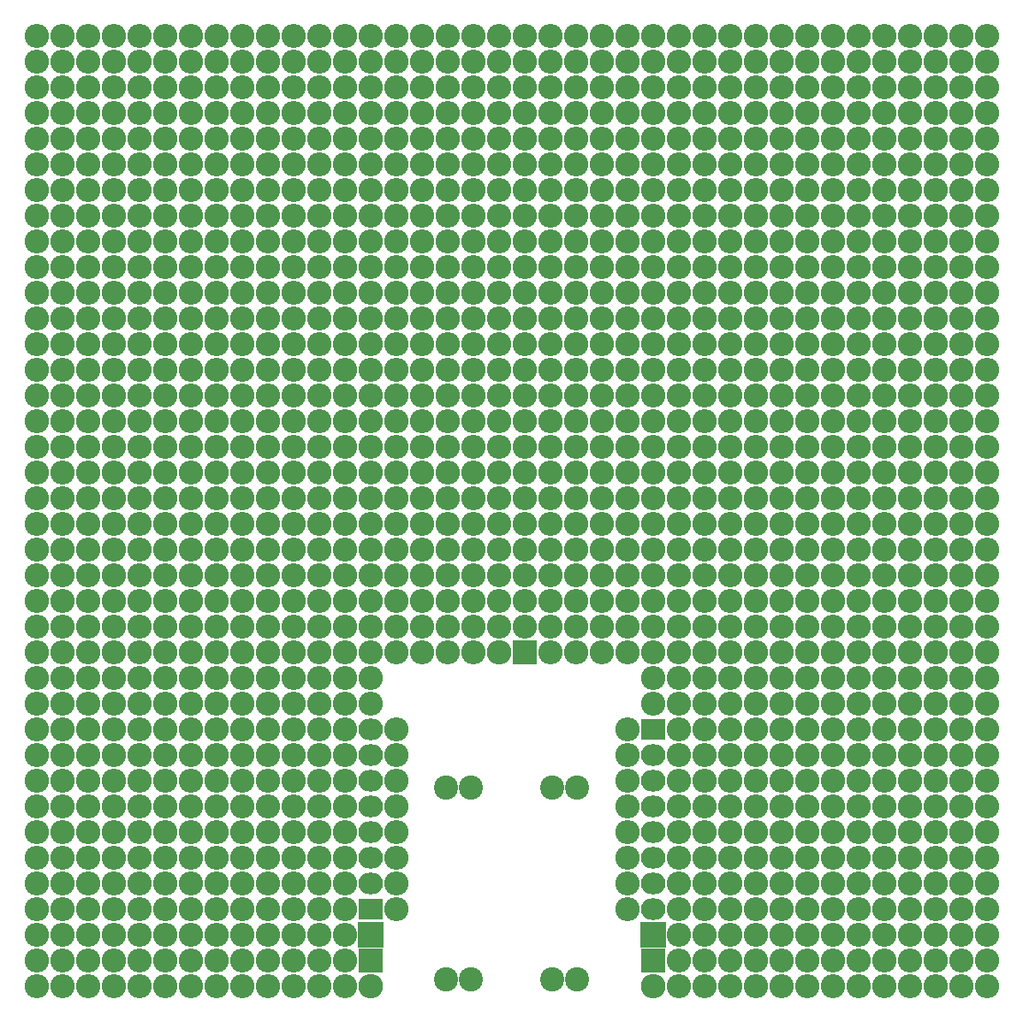
<source format=gbr>
G04 #@! TF.FileFunction,Soldermask,Bot*
%FSLAX46Y46*%
G04 Gerber Fmt 4.6, Leading zero omitted, Abs format (unit mm)*
G04 Created by KiCad (PCBNEW 4.0.4+e1-6308~48~ubuntu16.04.1-stable) date Wed Dec 14 21:01:21 2016*
%MOMM*%
%LPD*%
G01*
G04 APERTURE LIST*
%ADD10C,0.100000*%
%ADD11O,2.400000X2.400000*%
%ADD12R,2.432000X2.432000*%
%ADD13O,2.432000X2.432000*%
%ADD14R,2.432000X2.127200*%
%ADD15O,2.432000X2.127200*%
%ADD16C,2.400000*%
%ADD17R,2.635200X2.635200*%
G04 APERTURE END LIST*
D10*
D11*
X86900000Y-128540000D03*
X114840000Y-128540000D03*
X117380000Y-126000000D03*
X114840000Y-126000000D03*
X86900000Y-126000000D03*
X84360000Y-126000000D03*
X86900000Y-105680000D03*
X86900000Y-108220000D03*
X86900000Y-110760000D03*
X84360000Y-110760000D03*
X84360000Y-108220000D03*
X84360000Y-105680000D03*
X84360000Y-98060000D03*
X84360000Y-100600000D03*
X84360000Y-103140000D03*
X86900000Y-103140000D03*
X86900000Y-100600000D03*
X86900000Y-98060000D03*
X86900000Y-113300000D03*
X86900000Y-115840000D03*
X86900000Y-118380000D03*
X84360000Y-118380000D03*
X84360000Y-115840000D03*
X84360000Y-113300000D03*
X84360000Y-120920000D03*
X84360000Y-123460000D03*
X86900000Y-123460000D03*
X86900000Y-120920000D03*
X86900000Y-90440000D03*
X86900000Y-92980000D03*
X86900000Y-95520000D03*
X84360000Y-95520000D03*
X84360000Y-92980000D03*
X84360000Y-90440000D03*
X84360000Y-82820000D03*
X84360000Y-85360000D03*
X84360000Y-87900000D03*
X86900000Y-87900000D03*
X86900000Y-85360000D03*
X86900000Y-82820000D03*
X86900000Y-67580000D03*
X86900000Y-70120000D03*
X86900000Y-72660000D03*
X84360000Y-72660000D03*
X84360000Y-70120000D03*
X84360000Y-67580000D03*
X84360000Y-75200000D03*
X84360000Y-77740000D03*
X84360000Y-80280000D03*
X86900000Y-80280000D03*
X86900000Y-77740000D03*
X86900000Y-75200000D03*
X86900000Y-62500000D03*
X86900000Y-65040000D03*
X84360000Y-65040000D03*
X84360000Y-62500000D03*
X89440000Y-62500000D03*
X89440000Y-65040000D03*
X91980000Y-65040000D03*
X91980000Y-62500000D03*
X97060000Y-62500000D03*
X97060000Y-65040000D03*
X94520000Y-65040000D03*
X94520000Y-62500000D03*
X104680000Y-62500000D03*
X104680000Y-65040000D03*
X107220000Y-65040000D03*
X107220000Y-62500000D03*
X102140000Y-62500000D03*
X102140000Y-65040000D03*
X99600000Y-65040000D03*
X99600000Y-62500000D03*
X114840000Y-62500000D03*
X114840000Y-65040000D03*
X117380000Y-65040000D03*
X117380000Y-62500000D03*
X109760000Y-62500000D03*
X109760000Y-65040000D03*
X112300000Y-65040000D03*
X112300000Y-62500000D03*
X112300000Y-75200000D03*
X112300000Y-77740000D03*
X112300000Y-80280000D03*
X109760000Y-80280000D03*
X109760000Y-77740000D03*
X109760000Y-75200000D03*
X117380000Y-75200000D03*
X117380000Y-77740000D03*
X117380000Y-80280000D03*
X114840000Y-80280000D03*
X114840000Y-77740000D03*
X114840000Y-75200000D03*
X99600000Y-75200000D03*
X99600000Y-77740000D03*
X99600000Y-80280000D03*
X102140000Y-80280000D03*
X102140000Y-77740000D03*
X102140000Y-75200000D03*
X107220000Y-75200000D03*
X107220000Y-77740000D03*
X107220000Y-80280000D03*
X104680000Y-80280000D03*
X104680000Y-77740000D03*
X104680000Y-75200000D03*
X94520000Y-75200000D03*
X94520000Y-77740000D03*
X94520000Y-80280000D03*
X97060000Y-80280000D03*
X97060000Y-77740000D03*
X97060000Y-75200000D03*
X91980000Y-75200000D03*
X91980000Y-77740000D03*
X91980000Y-80280000D03*
X89440000Y-80280000D03*
X89440000Y-77740000D03*
X89440000Y-75200000D03*
X89440000Y-67580000D03*
X89440000Y-70120000D03*
X89440000Y-72660000D03*
X91980000Y-72660000D03*
X91980000Y-70120000D03*
X91980000Y-67580000D03*
X97060000Y-67580000D03*
X97060000Y-70120000D03*
X97060000Y-72660000D03*
X94520000Y-72660000D03*
X94520000Y-70120000D03*
X94520000Y-67580000D03*
X104680000Y-67580000D03*
X104680000Y-70120000D03*
X104680000Y-72660000D03*
X107220000Y-72660000D03*
X107220000Y-70120000D03*
X107220000Y-67580000D03*
X102140000Y-67580000D03*
X102140000Y-70120000D03*
X102140000Y-72660000D03*
X99600000Y-72660000D03*
X99600000Y-70120000D03*
X99600000Y-67580000D03*
X114840000Y-67580000D03*
X114840000Y-70120000D03*
X114840000Y-72660000D03*
X117380000Y-72660000D03*
X117380000Y-70120000D03*
X117380000Y-67580000D03*
X109760000Y-67580000D03*
X109760000Y-70120000D03*
X109760000Y-72660000D03*
X112300000Y-72660000D03*
X112300000Y-70120000D03*
X112300000Y-67580000D03*
X112300000Y-82820000D03*
X112300000Y-85360000D03*
X112300000Y-87900000D03*
X109760000Y-87900000D03*
X109760000Y-85360000D03*
X109760000Y-82820000D03*
X117380000Y-82820000D03*
X117380000Y-85360000D03*
X117380000Y-87900000D03*
X114840000Y-87900000D03*
X114840000Y-85360000D03*
X114840000Y-82820000D03*
X99600000Y-82820000D03*
X99600000Y-85360000D03*
X99600000Y-87900000D03*
X102140000Y-87900000D03*
X102140000Y-85360000D03*
X102140000Y-82820000D03*
X107220000Y-82820000D03*
X107220000Y-85360000D03*
X107220000Y-87900000D03*
X104680000Y-87900000D03*
X104680000Y-85360000D03*
X104680000Y-82820000D03*
X94520000Y-82820000D03*
X94520000Y-85360000D03*
X94520000Y-87900000D03*
X97060000Y-87900000D03*
X97060000Y-85360000D03*
X97060000Y-82820000D03*
X91980000Y-82820000D03*
X91980000Y-85360000D03*
X91980000Y-87900000D03*
X89440000Y-87900000D03*
X89440000Y-85360000D03*
X89440000Y-82820000D03*
X89440000Y-90440000D03*
X89440000Y-92980000D03*
X89440000Y-95520000D03*
X91980000Y-95520000D03*
X91980000Y-92980000D03*
X91980000Y-90440000D03*
X97060000Y-90440000D03*
X97060000Y-92980000D03*
X97060000Y-95520000D03*
X94520000Y-95520000D03*
X94520000Y-92980000D03*
X94520000Y-90440000D03*
X104680000Y-90440000D03*
X104680000Y-92980000D03*
X104680000Y-95520000D03*
X107220000Y-95520000D03*
X107220000Y-92980000D03*
X107220000Y-90440000D03*
X102140000Y-90440000D03*
X102140000Y-92980000D03*
X102140000Y-95520000D03*
X99600000Y-95520000D03*
X99600000Y-92980000D03*
X99600000Y-90440000D03*
X114840000Y-90440000D03*
X114840000Y-92980000D03*
X114840000Y-95520000D03*
X117380000Y-95520000D03*
X117380000Y-92980000D03*
X117380000Y-90440000D03*
X109760000Y-90440000D03*
X109760000Y-92980000D03*
X109760000Y-95520000D03*
X112300000Y-95520000D03*
X112300000Y-92980000D03*
X112300000Y-90440000D03*
X112300000Y-120920000D03*
X112300000Y-123460000D03*
X109760000Y-123460000D03*
X109760000Y-120920000D03*
X117380000Y-120920000D03*
X117380000Y-123460000D03*
X114840000Y-123460000D03*
X114840000Y-120920000D03*
X99600000Y-120920000D03*
X102140000Y-120920000D03*
X107220000Y-120920000D03*
X107220000Y-123460000D03*
X104680000Y-123460000D03*
X104680000Y-120920000D03*
X94520000Y-120920000D03*
X94520000Y-123460000D03*
X97060000Y-123460000D03*
X97060000Y-120920000D03*
X91980000Y-120920000D03*
X91980000Y-123460000D03*
X89440000Y-123460000D03*
X89440000Y-120920000D03*
X89440000Y-113300000D03*
X89440000Y-115840000D03*
X89440000Y-118380000D03*
X91980000Y-118380000D03*
X91980000Y-115840000D03*
X91980000Y-113300000D03*
X97060000Y-113300000D03*
X97060000Y-115840000D03*
X97060000Y-118380000D03*
X94520000Y-118380000D03*
X94520000Y-115840000D03*
X94520000Y-113300000D03*
X104680000Y-113300000D03*
X104680000Y-115840000D03*
X104680000Y-118380000D03*
X107220000Y-118380000D03*
X107220000Y-115840000D03*
X107220000Y-113300000D03*
X102140000Y-113300000D03*
X102140000Y-115840000D03*
X102140000Y-118380000D03*
X99600000Y-118380000D03*
X99600000Y-115840000D03*
X99600000Y-113300000D03*
X114840000Y-113300000D03*
X114840000Y-115840000D03*
X114840000Y-118380000D03*
X117380000Y-118380000D03*
X117380000Y-115840000D03*
X117380000Y-113300000D03*
X109760000Y-113300000D03*
X109760000Y-115840000D03*
X109760000Y-118380000D03*
X112300000Y-118380000D03*
X112300000Y-115840000D03*
X112300000Y-113300000D03*
X112300000Y-98060000D03*
X112300000Y-100600000D03*
X112300000Y-103140000D03*
X109760000Y-103140000D03*
X109760000Y-100600000D03*
X109760000Y-98060000D03*
X117380000Y-98060000D03*
X117380000Y-100600000D03*
X117380000Y-103140000D03*
X114840000Y-103140000D03*
X114840000Y-100600000D03*
X114840000Y-98060000D03*
X99600000Y-98060000D03*
X99600000Y-100600000D03*
X99600000Y-103140000D03*
X102140000Y-103140000D03*
X102140000Y-100600000D03*
X102140000Y-98060000D03*
X107220000Y-98060000D03*
X107220000Y-100600000D03*
X107220000Y-103140000D03*
X104680000Y-103140000D03*
X104680000Y-100600000D03*
X104680000Y-98060000D03*
X94520000Y-98060000D03*
X94520000Y-100600000D03*
X94520000Y-103140000D03*
X97060000Y-103140000D03*
X97060000Y-100600000D03*
X97060000Y-98060000D03*
X91980000Y-98060000D03*
X91980000Y-100600000D03*
X91980000Y-103140000D03*
X89440000Y-103140000D03*
X89440000Y-100600000D03*
X89440000Y-98060000D03*
X89440000Y-105680000D03*
X89440000Y-108220000D03*
X89440000Y-110760000D03*
X91980000Y-110760000D03*
X91980000Y-108220000D03*
X91980000Y-105680000D03*
X97060000Y-105680000D03*
X97060000Y-108220000D03*
X97060000Y-110760000D03*
X94520000Y-110760000D03*
X94520000Y-108220000D03*
X94520000Y-105680000D03*
X104680000Y-105680000D03*
X104680000Y-108220000D03*
X104680000Y-110760000D03*
X107220000Y-110760000D03*
X107220000Y-108220000D03*
X107220000Y-105680000D03*
X102140000Y-105680000D03*
X102140000Y-108220000D03*
X102140000Y-110760000D03*
X99600000Y-110760000D03*
X99600000Y-108220000D03*
X99600000Y-105680000D03*
X114840000Y-105680000D03*
X114840000Y-108220000D03*
X114840000Y-110760000D03*
X117380000Y-110760000D03*
X117380000Y-108220000D03*
X117380000Y-105680000D03*
X109760000Y-105680000D03*
X109760000Y-108220000D03*
X109760000Y-110760000D03*
X112300000Y-110760000D03*
X112300000Y-108220000D03*
X112300000Y-105680000D03*
X142780000Y-105680000D03*
X142780000Y-108220000D03*
X142780000Y-110760000D03*
X140240000Y-110760000D03*
X140240000Y-108220000D03*
X140240000Y-105680000D03*
X147860000Y-105680000D03*
X147860000Y-108220000D03*
X147860000Y-110760000D03*
X145320000Y-110760000D03*
X145320000Y-108220000D03*
X145320000Y-105680000D03*
X130080000Y-105680000D03*
X130080000Y-108220000D03*
X130080000Y-110760000D03*
X132620000Y-110760000D03*
X132620000Y-108220000D03*
X132620000Y-105680000D03*
X137700000Y-105680000D03*
X137700000Y-108220000D03*
X137700000Y-110760000D03*
X135160000Y-110760000D03*
X135160000Y-108220000D03*
X135160000Y-105680000D03*
X125000000Y-105680000D03*
X125000000Y-108220000D03*
X125000000Y-110760000D03*
X127540000Y-110760000D03*
X127540000Y-108220000D03*
X127540000Y-105680000D03*
X122460000Y-105680000D03*
X122460000Y-108220000D03*
X122460000Y-110760000D03*
X119920000Y-110760000D03*
X119920000Y-108220000D03*
X119920000Y-105680000D03*
X119920000Y-98060000D03*
X119920000Y-100600000D03*
X119920000Y-103140000D03*
X122460000Y-103140000D03*
X122460000Y-100600000D03*
X122460000Y-98060000D03*
X127540000Y-98060000D03*
X127540000Y-100600000D03*
X127540000Y-103140000D03*
X125000000Y-103140000D03*
X125000000Y-100600000D03*
X125000000Y-98060000D03*
X135160000Y-98060000D03*
X135160000Y-100600000D03*
X135160000Y-103140000D03*
X137700000Y-103140000D03*
X137700000Y-100600000D03*
X137700000Y-98060000D03*
X132620000Y-98060000D03*
X132620000Y-100600000D03*
X132620000Y-103140000D03*
X130080000Y-103140000D03*
X130080000Y-100600000D03*
X130080000Y-98060000D03*
X145320000Y-98060000D03*
X145320000Y-100600000D03*
X145320000Y-103140000D03*
X147860000Y-103140000D03*
X147860000Y-100600000D03*
X147860000Y-98060000D03*
X140240000Y-98060000D03*
X140240000Y-100600000D03*
X140240000Y-103140000D03*
X142780000Y-103140000D03*
X142780000Y-100600000D03*
X142780000Y-98060000D03*
X142780000Y-113300000D03*
X142780000Y-115840000D03*
X142780000Y-118380000D03*
X140240000Y-118380000D03*
X140240000Y-115840000D03*
X140240000Y-113300000D03*
X147860000Y-113300000D03*
X147860000Y-115840000D03*
X147860000Y-118380000D03*
X145320000Y-118380000D03*
X145320000Y-115840000D03*
X145320000Y-113300000D03*
X130080000Y-113300000D03*
X130080000Y-115840000D03*
X130080000Y-118380000D03*
X132620000Y-118380000D03*
X132620000Y-115840000D03*
X132620000Y-113300000D03*
X137700000Y-113300000D03*
X137700000Y-115840000D03*
X137700000Y-118380000D03*
X135160000Y-118380000D03*
X135160000Y-115840000D03*
X135160000Y-113300000D03*
X125000000Y-113300000D03*
X125000000Y-115840000D03*
X125000000Y-118380000D03*
X127540000Y-118380000D03*
X127540000Y-115840000D03*
X127540000Y-113300000D03*
X122460000Y-113300000D03*
X122460000Y-115840000D03*
X122460000Y-118380000D03*
X119920000Y-118380000D03*
X119920000Y-115840000D03*
X119920000Y-113300000D03*
X119920000Y-120920000D03*
X119920000Y-123460000D03*
X119920000Y-126000000D03*
X122460000Y-126000000D03*
X122460000Y-123460000D03*
X122460000Y-120920000D03*
X127540000Y-120920000D03*
X127540000Y-123460000D03*
X127540000Y-126000000D03*
X125000000Y-126000000D03*
X125000000Y-123460000D03*
X125000000Y-120920000D03*
X135160000Y-120920000D03*
X135160000Y-123460000D03*
X135160000Y-126000000D03*
X137700000Y-126000000D03*
X137700000Y-123460000D03*
X137700000Y-120920000D03*
X132620000Y-120920000D03*
X132620000Y-123460000D03*
X132620000Y-126000000D03*
X130080000Y-126000000D03*
X130080000Y-123460000D03*
X130080000Y-120920000D03*
X145320000Y-120920000D03*
X145320000Y-123460000D03*
X145320000Y-126000000D03*
X147860000Y-126000000D03*
X147860000Y-123460000D03*
X147860000Y-120920000D03*
X140240000Y-120920000D03*
X140240000Y-123460000D03*
X140240000Y-126000000D03*
X142780000Y-126000000D03*
X142780000Y-123460000D03*
X142780000Y-120920000D03*
X142780000Y-90440000D03*
X142780000Y-92980000D03*
X142780000Y-95520000D03*
X140240000Y-95520000D03*
X140240000Y-92980000D03*
X140240000Y-90440000D03*
X147860000Y-90440000D03*
X147860000Y-92980000D03*
X147860000Y-95520000D03*
X145320000Y-95520000D03*
X145320000Y-92980000D03*
X145320000Y-90440000D03*
X130080000Y-90440000D03*
X130080000Y-92980000D03*
X130080000Y-95520000D03*
X132620000Y-95520000D03*
X132620000Y-92980000D03*
X132620000Y-90440000D03*
X137700000Y-90440000D03*
X137700000Y-92980000D03*
X137700000Y-95520000D03*
X135160000Y-95520000D03*
X135160000Y-92980000D03*
X135160000Y-90440000D03*
X125000000Y-90440000D03*
X125000000Y-92980000D03*
X125000000Y-95520000D03*
X127540000Y-95520000D03*
X127540000Y-92980000D03*
X127540000Y-90440000D03*
X122460000Y-90440000D03*
X122460000Y-92980000D03*
X122460000Y-95520000D03*
X119920000Y-95520000D03*
X119920000Y-92980000D03*
X119920000Y-90440000D03*
X119920000Y-82820000D03*
X119920000Y-85360000D03*
X119920000Y-87900000D03*
X122460000Y-87900000D03*
X122460000Y-85360000D03*
X122460000Y-82820000D03*
X127540000Y-82820000D03*
X127540000Y-85360000D03*
X127540000Y-87900000D03*
X125000000Y-87900000D03*
X125000000Y-85360000D03*
X125000000Y-82820000D03*
X135160000Y-82820000D03*
X135160000Y-85360000D03*
X135160000Y-87900000D03*
X137700000Y-87900000D03*
X137700000Y-85360000D03*
X137700000Y-82820000D03*
X132620000Y-82820000D03*
X132620000Y-85360000D03*
X132620000Y-87900000D03*
X130080000Y-87900000D03*
X130080000Y-85360000D03*
X130080000Y-82820000D03*
X145320000Y-82820000D03*
X145320000Y-85360000D03*
X145320000Y-87900000D03*
X147860000Y-87900000D03*
X147860000Y-85360000D03*
X147860000Y-82820000D03*
X140240000Y-82820000D03*
X140240000Y-85360000D03*
X140240000Y-87900000D03*
X142780000Y-87900000D03*
X142780000Y-85360000D03*
X142780000Y-82820000D03*
X142780000Y-67580000D03*
X142780000Y-70120000D03*
X142780000Y-72660000D03*
X140240000Y-72660000D03*
X140240000Y-70120000D03*
X140240000Y-67580000D03*
X147860000Y-67580000D03*
X147860000Y-70120000D03*
X147860000Y-72660000D03*
X145320000Y-72660000D03*
X145320000Y-70120000D03*
X145320000Y-67580000D03*
X130080000Y-67580000D03*
X130080000Y-70120000D03*
X130080000Y-72660000D03*
X132620000Y-72660000D03*
X132620000Y-70120000D03*
X132620000Y-67580000D03*
X137700000Y-67580000D03*
X137700000Y-70120000D03*
X137700000Y-72660000D03*
X135160000Y-72660000D03*
X135160000Y-70120000D03*
X135160000Y-67580000D03*
X125000000Y-67580000D03*
X125000000Y-70120000D03*
X125000000Y-72660000D03*
X127540000Y-72660000D03*
X127540000Y-70120000D03*
X127540000Y-67580000D03*
X122460000Y-67580000D03*
X122460000Y-70120000D03*
X122460000Y-72660000D03*
X119920000Y-72660000D03*
X119920000Y-70120000D03*
X119920000Y-67580000D03*
X119920000Y-75200000D03*
X119920000Y-77740000D03*
X119920000Y-80280000D03*
X122460000Y-80280000D03*
X122460000Y-77740000D03*
X122460000Y-75200000D03*
X127540000Y-75200000D03*
X127540000Y-77740000D03*
X127540000Y-80280000D03*
X125000000Y-80280000D03*
X125000000Y-77740000D03*
X125000000Y-75200000D03*
X135160000Y-75200000D03*
X135160000Y-77740000D03*
X135160000Y-80280000D03*
X137700000Y-80280000D03*
X137700000Y-77740000D03*
X137700000Y-75200000D03*
X132620000Y-75200000D03*
X132620000Y-77740000D03*
X132620000Y-80280000D03*
X130080000Y-80280000D03*
X130080000Y-77740000D03*
X130080000Y-75200000D03*
X145320000Y-75200000D03*
X145320000Y-77740000D03*
X145320000Y-80280000D03*
X147860000Y-80280000D03*
X147860000Y-77740000D03*
X147860000Y-75200000D03*
X140240000Y-75200000D03*
X140240000Y-77740000D03*
X140240000Y-80280000D03*
X142780000Y-80280000D03*
X142780000Y-77740000D03*
X142780000Y-75200000D03*
X142780000Y-62500000D03*
X142780000Y-65040000D03*
X140240000Y-65040000D03*
X140240000Y-62500000D03*
X147860000Y-62500000D03*
X147860000Y-65040000D03*
X145320000Y-65040000D03*
X145320000Y-62500000D03*
X130080000Y-62500000D03*
X130080000Y-65040000D03*
X132620000Y-65040000D03*
X132620000Y-62500000D03*
X137700000Y-62500000D03*
X137700000Y-65040000D03*
X135160000Y-65040000D03*
X135160000Y-62500000D03*
X125000000Y-62500000D03*
X125000000Y-65040000D03*
X127540000Y-65040000D03*
X127540000Y-62500000D03*
X122460000Y-62500000D03*
X122460000Y-65040000D03*
X119920000Y-65040000D03*
X119920000Y-62500000D03*
X53880000Y-62500000D03*
X53880000Y-65040000D03*
X56420000Y-65040000D03*
X56420000Y-62500000D03*
X61500000Y-62500000D03*
X61500000Y-65040000D03*
X58960000Y-65040000D03*
X58960000Y-62500000D03*
X69120000Y-62500000D03*
X69120000Y-65040000D03*
X71660000Y-65040000D03*
X71660000Y-62500000D03*
X66580000Y-62500000D03*
X66580000Y-65040000D03*
X64040000Y-65040000D03*
X64040000Y-62500000D03*
X79280000Y-62500000D03*
X79280000Y-65040000D03*
X81820000Y-65040000D03*
X81820000Y-62500000D03*
X74200000Y-62500000D03*
X74200000Y-65040000D03*
X76740000Y-65040000D03*
X76740000Y-62500000D03*
X76740000Y-75200000D03*
X76740000Y-77740000D03*
X76740000Y-80280000D03*
X74200000Y-80280000D03*
X74200000Y-77740000D03*
X74200000Y-75200000D03*
X81820000Y-75200000D03*
X81820000Y-77740000D03*
X81820000Y-80280000D03*
X79280000Y-80280000D03*
X79280000Y-77740000D03*
X79280000Y-75200000D03*
X64040000Y-75200000D03*
X64040000Y-77740000D03*
X64040000Y-80280000D03*
X66580000Y-80280000D03*
X66580000Y-77740000D03*
X66580000Y-75200000D03*
X71660000Y-75200000D03*
X71660000Y-77740000D03*
X71660000Y-80280000D03*
X69120000Y-80280000D03*
X69120000Y-77740000D03*
X69120000Y-75200000D03*
X58960000Y-75200000D03*
X58960000Y-77740000D03*
X58960000Y-80280000D03*
X61500000Y-80280000D03*
X61500000Y-77740000D03*
X61500000Y-75200000D03*
X56420000Y-75200000D03*
X56420000Y-77740000D03*
X56420000Y-80280000D03*
X53880000Y-80280000D03*
X53880000Y-77740000D03*
X53880000Y-75200000D03*
X53880000Y-67580000D03*
X53880000Y-70120000D03*
X53880000Y-72660000D03*
X56420000Y-72660000D03*
X56420000Y-70120000D03*
X56420000Y-67580000D03*
X61500000Y-67580000D03*
X61500000Y-70120000D03*
X61500000Y-72660000D03*
X58960000Y-72660000D03*
X58960000Y-70120000D03*
X58960000Y-67580000D03*
X69120000Y-67580000D03*
X69120000Y-70120000D03*
X69120000Y-72660000D03*
X71660000Y-72660000D03*
X71660000Y-70120000D03*
X71660000Y-67580000D03*
X66580000Y-67580000D03*
X66580000Y-70120000D03*
X66580000Y-72660000D03*
X64040000Y-72660000D03*
X64040000Y-70120000D03*
X64040000Y-67580000D03*
X79280000Y-67580000D03*
X79280000Y-70120000D03*
X79280000Y-72660000D03*
X81820000Y-72660000D03*
X81820000Y-70120000D03*
X81820000Y-67580000D03*
X74200000Y-67580000D03*
X74200000Y-70120000D03*
X74200000Y-72660000D03*
X76740000Y-72660000D03*
X76740000Y-70120000D03*
X76740000Y-67580000D03*
X76740000Y-82820000D03*
X76740000Y-85360000D03*
X76740000Y-87900000D03*
X74200000Y-87900000D03*
X74200000Y-85360000D03*
X74200000Y-82820000D03*
X81820000Y-82820000D03*
X81820000Y-85360000D03*
X81820000Y-87900000D03*
X79280000Y-87900000D03*
X79280000Y-85360000D03*
X79280000Y-82820000D03*
X64040000Y-82820000D03*
X64040000Y-85360000D03*
X64040000Y-87900000D03*
X66580000Y-87900000D03*
X66580000Y-85360000D03*
X66580000Y-82820000D03*
X71660000Y-82820000D03*
X71660000Y-85360000D03*
X71660000Y-87900000D03*
X69120000Y-87900000D03*
X69120000Y-85360000D03*
X69120000Y-82820000D03*
X58960000Y-82820000D03*
X58960000Y-85360000D03*
X58960000Y-87900000D03*
X61500000Y-87900000D03*
X61500000Y-85360000D03*
X61500000Y-82820000D03*
X56420000Y-82820000D03*
X56420000Y-85360000D03*
X56420000Y-87900000D03*
X53880000Y-87900000D03*
X53880000Y-85360000D03*
X53880000Y-82820000D03*
X53880000Y-90440000D03*
X53880000Y-92980000D03*
X53880000Y-95520000D03*
X56420000Y-95520000D03*
X56420000Y-92980000D03*
X56420000Y-90440000D03*
X61500000Y-90440000D03*
X61500000Y-92980000D03*
X61500000Y-95520000D03*
X58960000Y-95520000D03*
X58960000Y-92980000D03*
X58960000Y-90440000D03*
X69120000Y-90440000D03*
X69120000Y-92980000D03*
X69120000Y-95520000D03*
X71660000Y-95520000D03*
X71660000Y-92980000D03*
X71660000Y-90440000D03*
X66580000Y-90440000D03*
X66580000Y-92980000D03*
X66580000Y-95520000D03*
X64040000Y-95520000D03*
X64040000Y-92980000D03*
X64040000Y-90440000D03*
X79280000Y-90440000D03*
X79280000Y-92980000D03*
X79280000Y-95520000D03*
X81820000Y-95520000D03*
X81820000Y-92980000D03*
X81820000Y-90440000D03*
X74200000Y-90440000D03*
X74200000Y-92980000D03*
X74200000Y-95520000D03*
X76740000Y-95520000D03*
X76740000Y-92980000D03*
X76740000Y-90440000D03*
X76740000Y-120920000D03*
X76740000Y-123460000D03*
X76740000Y-126000000D03*
X74200000Y-126000000D03*
X74200000Y-123460000D03*
X74200000Y-120920000D03*
X81820000Y-120920000D03*
X81820000Y-123460000D03*
X81820000Y-126000000D03*
X79280000Y-126000000D03*
X79280000Y-123460000D03*
X79280000Y-120920000D03*
X64040000Y-120920000D03*
X64040000Y-123460000D03*
X64040000Y-126000000D03*
X66580000Y-126000000D03*
X66580000Y-123460000D03*
X66580000Y-120920000D03*
X71660000Y-120920000D03*
X71660000Y-123460000D03*
X71660000Y-126000000D03*
X69120000Y-126000000D03*
X69120000Y-123460000D03*
X69120000Y-120920000D03*
X58960000Y-120920000D03*
X58960000Y-123460000D03*
X58960000Y-126000000D03*
X61500000Y-126000000D03*
X61500000Y-123460000D03*
X61500000Y-120920000D03*
X56420000Y-120920000D03*
X56420000Y-123460000D03*
X56420000Y-126000000D03*
X53880000Y-126000000D03*
X53880000Y-123460000D03*
X53880000Y-120920000D03*
X53880000Y-113300000D03*
X53880000Y-115840000D03*
X53880000Y-118380000D03*
X56420000Y-118380000D03*
X56420000Y-115840000D03*
X56420000Y-113300000D03*
X61500000Y-113300000D03*
X61500000Y-115840000D03*
X61500000Y-118380000D03*
X58960000Y-118380000D03*
X58960000Y-115840000D03*
X58960000Y-113300000D03*
X69120000Y-113300000D03*
X69120000Y-115840000D03*
X69120000Y-118380000D03*
X71660000Y-118380000D03*
X71660000Y-115840000D03*
X71660000Y-113300000D03*
X66580000Y-113300000D03*
X66580000Y-115840000D03*
X66580000Y-118380000D03*
X64040000Y-118380000D03*
X64040000Y-115840000D03*
X64040000Y-113300000D03*
X79280000Y-113300000D03*
X79280000Y-115840000D03*
X79280000Y-118380000D03*
X81820000Y-118380000D03*
X81820000Y-115840000D03*
X81820000Y-113300000D03*
X74200000Y-113300000D03*
X74200000Y-115840000D03*
X74200000Y-118380000D03*
X76740000Y-118380000D03*
X76740000Y-115840000D03*
X76740000Y-113300000D03*
X76740000Y-98060000D03*
X76740000Y-100600000D03*
X76740000Y-103140000D03*
X74200000Y-103140000D03*
X74200000Y-100600000D03*
X74200000Y-98060000D03*
X81820000Y-98060000D03*
X81820000Y-100600000D03*
X81820000Y-103140000D03*
X79280000Y-103140000D03*
X79280000Y-100600000D03*
X79280000Y-98060000D03*
X64040000Y-98060000D03*
X64040000Y-100600000D03*
X64040000Y-103140000D03*
X66580000Y-103140000D03*
X66580000Y-100600000D03*
X66580000Y-98060000D03*
X71660000Y-98060000D03*
X71660000Y-100600000D03*
X71660000Y-103140000D03*
X69120000Y-103140000D03*
X69120000Y-100600000D03*
X69120000Y-98060000D03*
X58960000Y-98060000D03*
X58960000Y-100600000D03*
X58960000Y-103140000D03*
X61500000Y-103140000D03*
X61500000Y-100600000D03*
X61500000Y-98060000D03*
X56420000Y-98060000D03*
X56420000Y-100600000D03*
X56420000Y-103140000D03*
X53880000Y-103140000D03*
X53880000Y-100600000D03*
X53880000Y-98060000D03*
X53880000Y-105680000D03*
X53880000Y-108220000D03*
X53880000Y-110760000D03*
X56420000Y-110760000D03*
X56420000Y-108220000D03*
X56420000Y-105680000D03*
X61500000Y-105680000D03*
X61500000Y-108220000D03*
X61500000Y-110760000D03*
X58960000Y-110760000D03*
X58960000Y-108220000D03*
X58960000Y-105680000D03*
X69120000Y-105680000D03*
X69120000Y-108220000D03*
X69120000Y-110760000D03*
X71660000Y-110760000D03*
X71660000Y-108220000D03*
X71660000Y-105680000D03*
X66580000Y-105680000D03*
X66580000Y-108220000D03*
X66580000Y-110760000D03*
X64040000Y-110760000D03*
X64040000Y-108220000D03*
X64040000Y-105680000D03*
X79280000Y-105680000D03*
X79280000Y-108220000D03*
X79280000Y-110760000D03*
X81820000Y-110760000D03*
X81820000Y-108220000D03*
X81820000Y-105680000D03*
X74200000Y-105680000D03*
X74200000Y-108220000D03*
X74200000Y-110760000D03*
X76740000Y-110760000D03*
X76740000Y-108220000D03*
X76740000Y-105680000D03*
X147860000Y-136160000D03*
X147860000Y-138700000D03*
X147860000Y-141240000D03*
X147860000Y-133620000D03*
X147860000Y-131080000D03*
X147860000Y-128540000D03*
X119920000Y-136160000D03*
X119920000Y-138700000D03*
X119920000Y-141240000D03*
X117380000Y-141240000D03*
X117380000Y-138700000D03*
X117380000Y-136160000D03*
X127540000Y-136160000D03*
X127540000Y-138700000D03*
X127540000Y-141240000D03*
X130080000Y-141240000D03*
X130080000Y-138700000D03*
X130080000Y-136160000D03*
X125000000Y-136160000D03*
X125000000Y-138700000D03*
X125000000Y-141240000D03*
X122460000Y-141240000D03*
X122460000Y-138700000D03*
X122460000Y-136160000D03*
X137700000Y-136160000D03*
X137700000Y-138700000D03*
X137700000Y-141240000D03*
X140240000Y-141240000D03*
X140240000Y-138700000D03*
X140240000Y-136160000D03*
X145320000Y-136160000D03*
X145320000Y-138700000D03*
X145320000Y-141240000D03*
X142780000Y-141240000D03*
X142780000Y-138700000D03*
X142780000Y-136160000D03*
X132620000Y-136160000D03*
X132620000Y-138700000D03*
X132620000Y-141240000D03*
X135160000Y-141240000D03*
X135160000Y-138700000D03*
X135160000Y-136160000D03*
X137700000Y-128540000D03*
X137700000Y-131080000D03*
X137700000Y-133620000D03*
X135160000Y-133620000D03*
X135160000Y-131080000D03*
X135160000Y-128540000D03*
X142780000Y-128540000D03*
X142780000Y-131080000D03*
X142780000Y-133620000D03*
X140240000Y-133620000D03*
X140240000Y-131080000D03*
X140240000Y-128540000D03*
X125000000Y-128540000D03*
X125000000Y-131080000D03*
X125000000Y-133620000D03*
X127540000Y-133620000D03*
X127540000Y-131080000D03*
X127540000Y-128540000D03*
X132620000Y-128540000D03*
X132620000Y-131080000D03*
X132620000Y-133620000D03*
X130080000Y-133620000D03*
X130080000Y-131080000D03*
X130080000Y-128540000D03*
X119920000Y-128540000D03*
X119920000Y-131080000D03*
X119920000Y-133620000D03*
X122460000Y-133620000D03*
X122460000Y-131080000D03*
X122460000Y-128540000D03*
X117380000Y-128540000D03*
X117380000Y-131080000D03*
X117380000Y-133620000D03*
X145320000Y-133620000D03*
X145320000Y-131080000D03*
X145320000Y-128540000D03*
X76740000Y-136160000D03*
X76740000Y-138700000D03*
X76740000Y-141240000D03*
X74200000Y-141240000D03*
X74200000Y-138700000D03*
X74200000Y-136160000D03*
X84360000Y-136160000D03*
X84360000Y-138700000D03*
X84360000Y-141240000D03*
X81820000Y-136160000D03*
X81820000Y-138700000D03*
X81820000Y-141240000D03*
X79280000Y-141240000D03*
X79280000Y-138700000D03*
X79280000Y-136160000D03*
X64040000Y-136160000D03*
X64040000Y-138700000D03*
X64040000Y-141240000D03*
X66580000Y-141240000D03*
X66580000Y-138700000D03*
X66580000Y-136160000D03*
X71660000Y-136160000D03*
X71660000Y-138700000D03*
X71660000Y-141240000D03*
X69120000Y-141240000D03*
X69120000Y-138700000D03*
X69120000Y-136160000D03*
X58960000Y-136160000D03*
X58960000Y-138700000D03*
X58960000Y-141240000D03*
X61500000Y-141240000D03*
X61500000Y-138700000D03*
X61500000Y-136160000D03*
X56420000Y-136160000D03*
X56420000Y-138700000D03*
X56420000Y-141240000D03*
X53880000Y-141240000D03*
X53880000Y-138700000D03*
X53880000Y-136160000D03*
X53880000Y-128540000D03*
X53880000Y-131080000D03*
X53880000Y-133620000D03*
X56420000Y-133620000D03*
X56420000Y-131080000D03*
X56420000Y-128540000D03*
X61500000Y-128540000D03*
X61500000Y-131080000D03*
X61500000Y-133620000D03*
X58960000Y-133620000D03*
X58960000Y-131080000D03*
X58960000Y-128540000D03*
X69120000Y-128540000D03*
X69120000Y-131080000D03*
X69120000Y-133620000D03*
X71660000Y-133620000D03*
X71660000Y-131080000D03*
X71660000Y-128540000D03*
X66580000Y-128540000D03*
X66580000Y-131080000D03*
X66580000Y-133620000D03*
X64040000Y-133620000D03*
X64040000Y-131080000D03*
X64040000Y-128540000D03*
X79280000Y-128540000D03*
X79280000Y-131080000D03*
X79280000Y-133620000D03*
X81820000Y-133620000D03*
X81820000Y-131080000D03*
X81820000Y-128540000D03*
X84360000Y-133620000D03*
X84360000Y-131080000D03*
X84360000Y-128540000D03*
X74200000Y-128540000D03*
X74200000Y-131080000D03*
X74200000Y-133620000D03*
X76740000Y-133620000D03*
X76740000Y-131080000D03*
X76740000Y-128540000D03*
X147860000Y-143780000D03*
X147860000Y-146320000D03*
X147860000Y-148860000D03*
X117380000Y-143780000D03*
X117380000Y-146320000D03*
X117380000Y-148860000D03*
X119920000Y-148860000D03*
X119920000Y-146320000D03*
X119920000Y-143780000D03*
X125000000Y-143780000D03*
X125000000Y-146320000D03*
X125000000Y-148860000D03*
X122460000Y-148860000D03*
X122460000Y-146320000D03*
X122460000Y-143780000D03*
X132620000Y-143780000D03*
X132620000Y-146320000D03*
X132620000Y-148860000D03*
X135160000Y-148860000D03*
X135160000Y-146320000D03*
X135160000Y-143780000D03*
X130080000Y-143780000D03*
X130080000Y-146320000D03*
X130080000Y-148860000D03*
X127540000Y-148860000D03*
X127540000Y-146320000D03*
X127540000Y-143780000D03*
X142780000Y-143780000D03*
X142780000Y-146320000D03*
X142780000Y-148860000D03*
X145320000Y-148860000D03*
X145320000Y-146320000D03*
X145320000Y-143780000D03*
X137700000Y-143780000D03*
X137700000Y-146320000D03*
X137700000Y-148860000D03*
X140240000Y-148860000D03*
X140240000Y-146320000D03*
X140240000Y-143780000D03*
X76740000Y-143780000D03*
X76740000Y-146320000D03*
X76740000Y-148860000D03*
X74200000Y-148860000D03*
X74200000Y-146320000D03*
X74200000Y-143780000D03*
X84360000Y-143780000D03*
X84360000Y-146320000D03*
X84360000Y-148860000D03*
X81820000Y-143780000D03*
X81820000Y-146320000D03*
X81820000Y-148860000D03*
X79280000Y-148860000D03*
X79280000Y-146320000D03*
X79280000Y-143780000D03*
X64040000Y-143780000D03*
X64040000Y-146320000D03*
X64040000Y-148860000D03*
X66580000Y-148860000D03*
X66580000Y-146320000D03*
X66580000Y-143780000D03*
X71660000Y-143780000D03*
X71660000Y-146320000D03*
X71660000Y-148860000D03*
X69120000Y-148860000D03*
X69120000Y-146320000D03*
X69120000Y-143780000D03*
X58960000Y-143780000D03*
X58960000Y-146320000D03*
X58960000Y-148860000D03*
X61500000Y-148860000D03*
X61500000Y-146320000D03*
X61500000Y-143780000D03*
X56420000Y-143780000D03*
X56420000Y-146320000D03*
X56420000Y-148860000D03*
X53880000Y-148860000D03*
X53880000Y-146320000D03*
X53880000Y-143780000D03*
X53880000Y-151400000D03*
X53880000Y-153940000D03*
X53880000Y-156480000D03*
X56420000Y-156480000D03*
X56420000Y-153940000D03*
X56420000Y-151400000D03*
X61500000Y-151400000D03*
X61500000Y-153940000D03*
X61500000Y-156480000D03*
X58960000Y-156480000D03*
X58960000Y-153940000D03*
X58960000Y-151400000D03*
X69120000Y-151400000D03*
X69120000Y-153940000D03*
X69120000Y-156480000D03*
X71660000Y-156480000D03*
X71660000Y-153940000D03*
X71660000Y-151400000D03*
X66580000Y-151400000D03*
X66580000Y-153940000D03*
X66580000Y-156480000D03*
X64040000Y-156480000D03*
X64040000Y-153940000D03*
X64040000Y-151400000D03*
X79280000Y-151400000D03*
X79280000Y-153940000D03*
X79280000Y-156480000D03*
X81820000Y-156480000D03*
X81820000Y-153940000D03*
X81820000Y-151400000D03*
X84360000Y-156480000D03*
X84360000Y-153940000D03*
X84360000Y-151400000D03*
X74200000Y-151400000D03*
X74200000Y-153940000D03*
X74200000Y-156480000D03*
X76740000Y-156480000D03*
X76740000Y-153940000D03*
X76740000Y-151400000D03*
X137700000Y-151400000D03*
X137700000Y-153940000D03*
X137700000Y-156480000D03*
X135160000Y-156480000D03*
X135160000Y-153940000D03*
X135160000Y-151400000D03*
X145320000Y-151400000D03*
X145320000Y-153940000D03*
X145320000Y-156480000D03*
X147860000Y-156480000D03*
X147860000Y-153940000D03*
X147860000Y-151400000D03*
X142780000Y-151400000D03*
X142780000Y-153940000D03*
X142780000Y-156480000D03*
X140240000Y-156480000D03*
X140240000Y-153940000D03*
X140240000Y-151400000D03*
X125000000Y-151400000D03*
X125000000Y-153940000D03*
X125000000Y-156480000D03*
X127540000Y-156480000D03*
X127540000Y-153940000D03*
X127540000Y-151400000D03*
X132620000Y-151400000D03*
X132620000Y-153940000D03*
X132620000Y-156480000D03*
X130080000Y-156480000D03*
X130080000Y-153940000D03*
X130080000Y-151400000D03*
X119920000Y-151400000D03*
X119920000Y-153940000D03*
X119920000Y-156480000D03*
X122460000Y-156480000D03*
X122460000Y-153940000D03*
X122460000Y-151400000D03*
X117380000Y-151400000D03*
X117380000Y-153940000D03*
X117380000Y-156480000D03*
X89440000Y-131080000D03*
X89440000Y-133620000D03*
X89440000Y-136160000D03*
X89440000Y-138700000D03*
X89440000Y-141240000D03*
X89440000Y-143780000D03*
X89440000Y-146320000D03*
X89440000Y-148860000D03*
X112300000Y-148860000D03*
X112300000Y-146320000D03*
X112300000Y-143780000D03*
X112300000Y-141240000D03*
X112300000Y-138700000D03*
X112300000Y-136160000D03*
X112300000Y-133620000D03*
X112300000Y-131080000D03*
D12*
X102140000Y-123460000D03*
D13*
X99600000Y-123460000D03*
D14*
X114840000Y-131080000D03*
D15*
X114840000Y-133620000D03*
X114840000Y-136160000D03*
X114840000Y-138700000D03*
X114840000Y-141240000D03*
X114840000Y-143780000D03*
X114840000Y-146320000D03*
X114840000Y-148860000D03*
D14*
X86900000Y-148860000D03*
D15*
X86900000Y-146320000D03*
X86900000Y-143780000D03*
X86900000Y-141240000D03*
X86900000Y-138700000D03*
X86900000Y-136160000D03*
X86900000Y-133620000D03*
X86900000Y-131080000D03*
D16*
X107370000Y-136820000D03*
X104870000Y-136820000D03*
X96870000Y-136820000D03*
X94370000Y-136820000D03*
X96870000Y-155820000D03*
X94370000Y-155820000D03*
X107370000Y-155820000D03*
X104870000Y-155820000D03*
D17*
X114840000Y-151400000D03*
D12*
X86900000Y-153940000D03*
D13*
X86900000Y-156480000D03*
D17*
X86900000Y-151400000D03*
D12*
X114840000Y-153940000D03*
D13*
X114840000Y-156480000D03*
M02*

</source>
